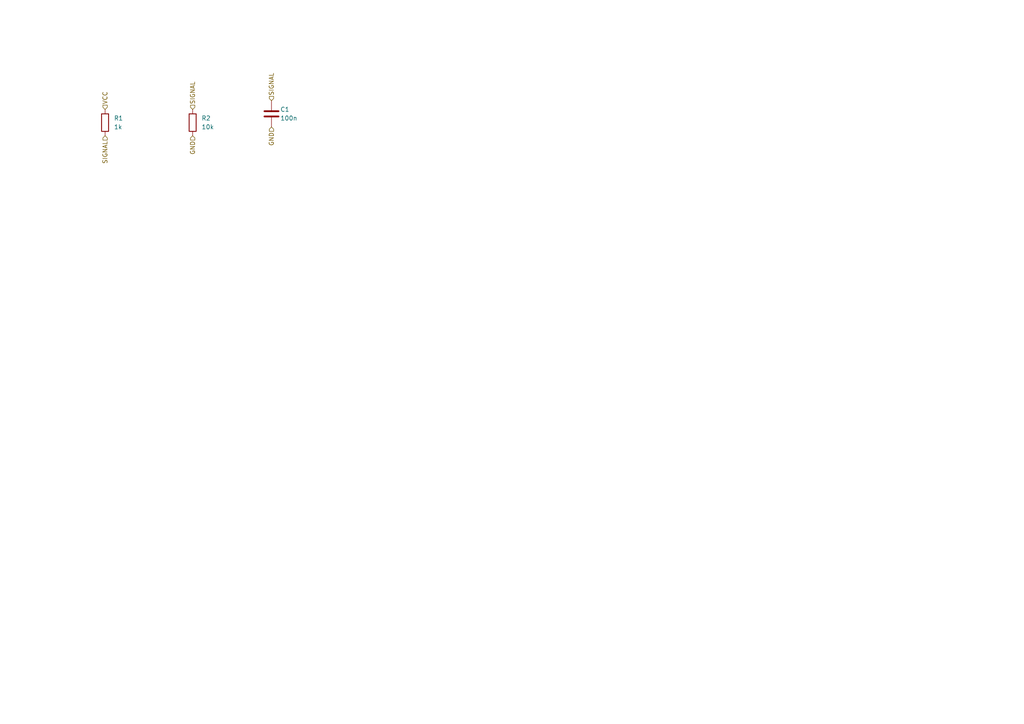
<source format=kicad_sch>
(kicad_sch (version 20250114) (generator "circuit_synth") (generator_version "0.8.36")
  (paper "A4")
  (title_block (title "net_circuit"))
  (lib_symbols
    (symbol "Device:R" (pin_numbers (hide yes)) (pin_names (offset 0))
      (property "Reference" "R" (at 2.032 0 90))
      (property "Value" "R" (at 0 0 90))
      (symbol "R_0_1"
        (rectangle (start -1.016 -2.54) (end 1.016 2.54) (stroke (width 0.254)))
      )
      (symbol "R_1_1"
        (pin passive line (at 0 3.81 270) (length 1.27) (name "~") (number "1"))
        (pin passive line (at 0 -3.81 90) (length 1.27) (name "~") (number "2"))
      )
    )
    (symbol "Device:C" (pin_numbers (hide yes)) (pin_names (offset 0.254))
      (property "Reference" "C" (at 0.635 2.54 0))
      (property "Value" "C" (at 0.635 -2.54 0))
      (symbol "C_0_1"
        (polyline (pts (xy -2.032 0.762) (xy 2.032 0.762)) (stroke (width 0.508)))
        (polyline (pts (xy -2.032 -0.762) (xy 2.032 -0.762)) (stroke (width 0.508)))
      )
      (symbol "C_1_1"
        (pin passive line (at 0 3.81 270) (length 2.794) (name "~") (number "1"))
        (pin passive line (at 0 -3.81 90) (length 2.794) (name "~") (number "2"))
      )
    )
  )
  (symbol (lib_id "Device:R") (at 30.48 35.56 0) (unit 1)
    (property "Reference" "R1" (at 33.02 34.2899 0) (effects (justify left)))
    (property "Value" "1k" (at 33.02 36.8299 0) (effects (justify left)))
    (property "Footprint" "Resistor_SMD:R_0603_1608Metric" (effects (hide yes)))
    (property "hierarchy_path" "/86cb1eae-f025-4b5a-90c2-c737db8f5791" (effects (hide yes)))
    (property "project_name" "net_circuit" (effects (hide yes)))
    (property "root_uuid" "86cb1eae-f025-4b5a-90c2-c737db8f5791" (effects (hide yes)))
  )
  (symbol (lib_id "Device:C") (at 78.74 33.02 0) (unit 1)
    (property "Reference" "C1" (at 81.28 31.7499 0) (effects (justify left)))
    (property "Value" "100n" (at 81.28 34.2899 0) (effects (justify left)))
    (property "Footprint" "Capacitor_SMD:C_0603_1608Metric" (effects (hide yes)))
    (property "hierarchy_path" "/86cb1eae-f025-4b5a-90c2-c737db8f5791" (effects (hide yes)))
    (property "project_name" "net_circuit" (effects (hide yes)))
    (property "root_uuid" "86cb1eae-f025-4b5a-90c2-c737db8f5791" (effects (hide yes)))
  )
  (symbol (lib_id "Device:R") (at 55.88 35.56 0) (unit 1)
    (property "Reference" "R2" (at 58.42 34.2899 0) (effects (justify left)))
    (property "Value" "10k" (at 58.42 36.8299 0) (effects (justify left)))
    (property "Footprint" "Resistor_SMD:R_0603_1608Metric" (effects (hide yes)))
    (property "hierarchy_path" "/86cb1eae-f025-4b5a-90c2-c737db8f5791" (effects (hide yes)))
    (property "project_name" "net_circuit" (effects (hide yes)))
    (property "root_uuid" "86cb1eae-f025-4b5a-90c2-c737db8f5791" (effects (hide yes)))
  )
  (hierarchical_label "VCC" (shape input) (at 30.48 31.75 90))
  (hierarchical_label "SIGNAL" (shape input) (at 30.48 39.37 270))
  (hierarchical_label "SIGNAL" (shape input) (at 78.74 29.21 90))
  (hierarchical_label "SIGNAL" (shape input) (at 55.88 31.75 90))
  (hierarchical_label "GND" (shape input) (at 78.74 36.83 270))
  (hierarchical_label "GND" (shape input) (at 55.88 39.37 270))
)
</source>
